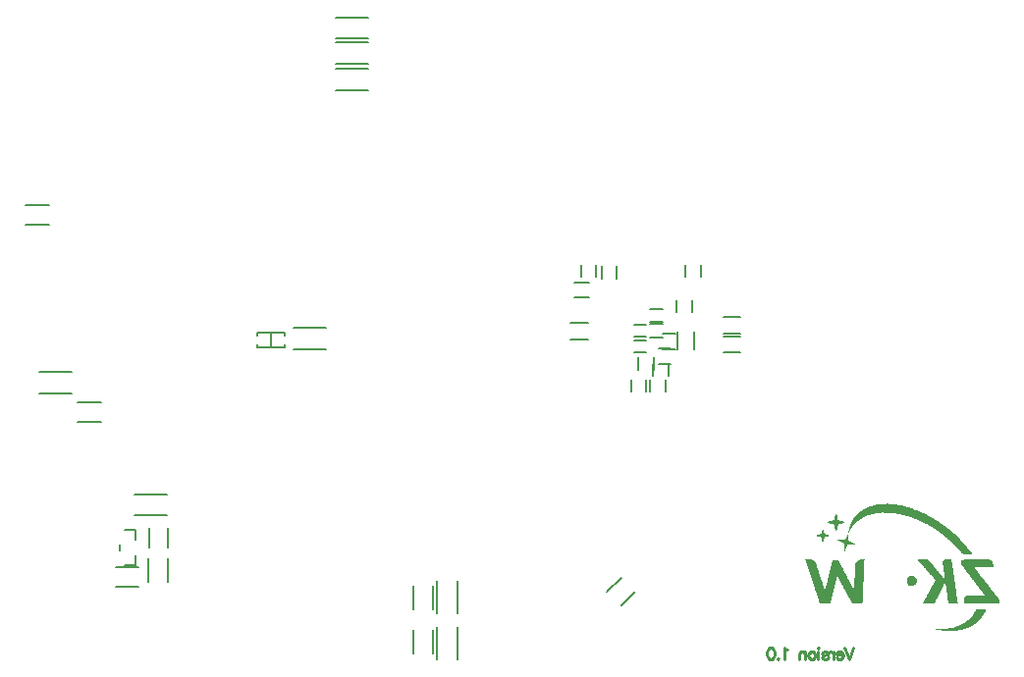
<source format=gbo>
G04*
G04 #@! TF.GenerationSoftware,Altium Limited,Altium Designer,24.0.1 (36)*
G04*
G04 Layer_Color=32896*
%FSLAX44Y44*%
%MOMM*%
G71*
G04*
G04 #@! TF.SameCoordinates,043D453D-7082-4CC0-88CE-E1747F565096*
G04*
G04*
G04 #@! TF.FilePolarity,Positive*
G04*
G01*
G75*
%ADD10C,0.2540*%
%ADD14C,0.2000*%
%ADD15C,0.1500*%
G36*
X848570Y299335D02*
X850423Y299280D01*
X850805Y299117D01*
X851513Y299062D01*
X851813Y298981D01*
X852086Y298926D01*
X852440Y298953D01*
X852604Y298899D01*
X853748Y298845D01*
X853912Y298790D01*
X854675Y298735D01*
X855057Y298572D01*
X855384Y298517D01*
X855547Y298572D01*
X855765Y298517D01*
X855929Y298463D01*
X856638Y298408D01*
X857183Y298354D01*
X857564Y298299D01*
X858055Y298081D01*
X858818Y298027D01*
X859118Y297945D01*
X859718Y297836D01*
X860154Y297781D01*
X860453Y297700D01*
X861162Y297373D01*
X861653Y297264D01*
X861871Y297209D01*
X862116Y297127D01*
X862716Y296909D01*
X862934Y296855D01*
X863615Y296773D01*
X864051Y296664D01*
X864406Y296528D01*
X864678Y296419D01*
X864896Y296364D01*
X865169Y296310D01*
X865850Y296228D01*
X866232Y296119D01*
X866395Y295955D01*
X866586Y295819D01*
X866804Y295764D01*
X867404Y295710D01*
X867758Y295628D01*
X867840Y295546D01*
X868140Y295301D01*
X868412Y295247D01*
X868794Y295192D01*
X869067Y295083D01*
X869448Y294811D01*
X869775Y294756D01*
X870075Y294674D01*
X870429Y294538D01*
X871138Y294211D01*
X871520Y294156D01*
X871956Y294047D01*
X872038Y293966D01*
X872337Y293720D01*
X872828Y293666D01*
X873046Y293611D01*
X873210Y293557D01*
X873318Y293502D01*
X873400Y293420D01*
X873700Y293175D01*
X874354Y293066D01*
X874627Y292957D01*
X874736Y292848D01*
X874927Y292712D01*
X875608Y292466D01*
X876180Y292221D01*
X876535Y292085D01*
X876917Y291976D01*
X877189Y291703D01*
X877625Y291540D01*
X877925Y291458D01*
X878225Y291213D01*
X878416Y291131D01*
X878443Y291104D01*
X878606D01*
X879042Y290995D01*
X879315Y290886D01*
X879397Y290804D01*
X879833Y290531D01*
X880187Y290450D01*
X880514Y290231D01*
X880705Y290095D01*
X881386Y289850D01*
X881496Y289741D01*
X882095Y289414D01*
X882368Y289141D01*
X882640Y288978D01*
X882967Y288923D01*
X883240Y288814D01*
X883512Y288542D01*
X883785Y288433D01*
X884221Y288323D01*
X884303Y288242D01*
X884603Y287996D01*
X884984Y287778D01*
X885093Y287724D01*
X885202Y287615D01*
X885584Y287397D01*
X886020Y287288D01*
X886156Y287151D01*
X886211Y287042D01*
X886402Y286906D01*
X886511Y286852D01*
X886865Y286715D01*
X887165Y286470D01*
X887655Y286197D01*
X887765Y286088D01*
X888364Y285761D01*
X888637Y285489D01*
X888746Y285434D01*
X888828Y285352D01*
X889182Y285271D01*
X889454Y285162D01*
X889563Y285107D01*
X889781Y284889D01*
X890163Y284671D01*
X890490Y284453D01*
X890981Y284180D01*
X891253Y283908D01*
X891853Y283581D01*
X892017Y283417D01*
X892507Y283145D01*
X892616Y283090D01*
X892889Y282818D01*
X893270Y282600D01*
X893597Y282381D01*
X893979Y282164D01*
X894170Y281918D01*
X894224Y281809D01*
X894688Y281509D01*
X894797Y281455D01*
X894824Y281373D01*
X895015Y281237D01*
X895505Y280964D01*
X895614Y280855D01*
X895996Y280637D01*
X896241Y280392D01*
X896296Y280283D01*
X896377Y280201D01*
X896759Y279983D01*
X897086Y279656D01*
X897550Y279410D01*
X898067Y279056D01*
X898176Y279002D01*
X898258Y278920D01*
X898313Y278811D01*
X898449Y278675D01*
X898831Y278402D01*
X898940Y278348D01*
X899158Y278130D01*
X899648Y277857D01*
X899812Y277639D01*
X900303Y277366D01*
X900793Y276876D01*
X901066Y276549D01*
X901447Y276331D01*
X901720Y276058D01*
X902210Y275785D01*
X902401Y275595D01*
X902538Y275404D01*
X902647Y275349D01*
X903028Y274968D01*
X903137Y274913D01*
X903546Y274668D01*
X903600Y274559D01*
X903791Y274368D01*
X903900Y274314D01*
X904091Y274123D01*
X904146Y274014D01*
X904282Y273878D01*
X904391Y273823D01*
X904582Y273632D01*
X904636Y273523D01*
X904718Y273441D01*
X905100Y273169D01*
X905209Y273114D01*
X907008Y271315D01*
X907498Y271043D01*
X907580Y270961D01*
X907635Y270852D01*
X907880Y270607D01*
X907989Y270552D01*
X908125Y270416D01*
X908180Y270307D01*
X908425Y270062D01*
X908534Y270007D01*
X908670Y269871D01*
X908725Y269762D01*
X908915Y269571D01*
X909025Y269517D01*
X909161Y269380D01*
X909215Y269271D01*
X909461Y269026D01*
X909570Y268971D01*
X909651Y268890D01*
X909924Y268399D01*
X911232Y267091D01*
X911450Y266709D01*
X911641Y266518D01*
X911750Y266464D01*
X911941Y266273D01*
X911996Y266164D01*
X912132Y266028D01*
X912241Y265973D01*
X912432Y265782D01*
X912486Y265673D01*
X912677Y265483D01*
X912786Y265428D01*
X912922Y265292D01*
X913140Y264910D01*
X913658Y264392D01*
X913904Y264092D01*
X913958Y263983D01*
X914094Y263847D01*
X914203Y263793D01*
X914449Y263547D01*
X914585Y263356D01*
X914694Y263302D01*
X914939Y263057D01*
X915157Y262675D01*
X915212Y262566D01*
X915430Y262348D01*
X915648Y261966D01*
X915730Y261885D01*
X915839Y261830D01*
X916466Y261203D01*
X916738Y260713D01*
X916820Y260631D01*
X916929Y260576D01*
X917011Y260494D01*
X917065Y260385D01*
X917310Y260140D01*
X917501Y260004D01*
X917774Y259513D01*
X917992Y259295D01*
X918210Y258914D01*
X918592Y258532D01*
X918810Y258151D01*
X919082Y257878D01*
X919355Y257387D01*
X919627Y257115D01*
X919682Y257006D01*
X919900Y256679D01*
X919954Y256570D01*
X920091Y256433D01*
X920227Y256079D01*
X920173Y255915D01*
X919682Y255861D01*
X913495Y255888D01*
X913113Y255834D01*
X912568Y255888D01*
X912186Y255997D01*
X912050Y256133D01*
X911996Y256243D01*
X911750Y256488D01*
X911641Y256542D01*
X911396Y256842D01*
X911341Y256951D01*
X911069Y257333D01*
X911014Y257442D01*
X910878Y257578D01*
X910769Y257633D01*
X910524Y257878D01*
X910469Y257987D01*
X910333Y258123D01*
X910224Y258178D01*
X910088Y258314D01*
X909815Y258805D01*
X909542Y259077D01*
X909324Y259459D01*
X909188Y259595D01*
X909079Y259650D01*
X908834Y259895D01*
X908779Y260004D01*
X908698Y260086D01*
X908588Y260140D01*
X908289Y260440D01*
X908234Y260549D01*
X908152Y260631D01*
X908043Y260685D01*
X907852Y260876D01*
X907635Y261258D01*
X907062Y261830D01*
X906817Y262130D01*
X906762Y262239D01*
X906681Y262266D01*
X905481Y263465D01*
X905372Y263520D01*
X905345Y263602D01*
X902865Y266082D01*
X902756Y266137D01*
X902728Y266218D01*
X901856Y267091D01*
X901338Y267445D01*
X901229Y267500D01*
X900984Y267745D01*
X900929Y267854D01*
X900848Y267936D01*
X900739Y267990D01*
X900439Y268290D01*
X900384Y268399D01*
X900030Y268644D01*
X899921Y268699D01*
X899158Y269462D01*
X898667Y269734D01*
X898476Y269925D01*
X898422Y270034D01*
X898340Y270116D01*
X898231Y270171D01*
X897904Y270498D01*
X897522Y270716D01*
X897141Y271097D01*
X896759Y271315D01*
X896487Y271588D01*
X896105Y271806D01*
X895996Y271861D01*
X895914Y271942D01*
X895860Y272051D01*
X895560Y272351D01*
X895451Y272406D01*
X895069Y272678D01*
X894960Y272733D01*
X894715Y272978D01*
X894660Y273087D01*
X894306Y273332D01*
X894197Y273387D01*
X893979Y273605D01*
X893488Y273878D01*
X893161Y274205D01*
X893052Y274259D01*
X892643Y274504D01*
X892589Y274613D01*
X892453Y274750D01*
X892071Y274968D01*
X891744Y275295D01*
X891253Y275567D01*
X891144Y275622D01*
X891035Y275731D01*
X890545Y276003D01*
X890436Y276058D01*
X890354Y276140D01*
X890299Y276249D01*
X890163Y276331D01*
X889781Y276549D01*
X889672Y276603D01*
X889645Y276685D01*
X889427Y276903D01*
X888909Y277094D01*
X888637Y277366D01*
X888146Y277639D01*
X888037Y277693D01*
X887928Y277802D01*
X887438Y278075D01*
X887328Y278130D01*
X887056Y278402D01*
X886674Y278620D01*
X886347Y278838D01*
X885856Y279111D01*
X885639Y279329D01*
X885257Y279547D01*
X884875Y279656D01*
X884793Y279738D01*
X884739Y279847D01*
X884521Y280065D01*
X884221Y280147D01*
X883949Y280256D01*
X883839Y280310D01*
X883731Y280419D01*
X883240Y280692D01*
X883131Y280746D01*
X883049Y280828D01*
X882995Y280937D01*
X882722Y281101D01*
X882368Y281182D01*
X882095Y281291D01*
X881850Y281537D01*
X881496Y281673D01*
X881277Y281727D01*
X881005Y281836D01*
X880760Y282082D01*
X880433Y282300D01*
X880133Y282381D01*
X879424Y282709D01*
X879206Y282763D01*
X878933Y282872D01*
X878688Y283117D01*
X878416Y283226D01*
X878061Y283308D01*
X877816Y283444D01*
X877761Y283554D01*
X877407Y283744D01*
X877189Y283799D01*
X876917Y283908D01*
X876807Y283962D01*
X876671Y284099D01*
X876317Y284235D01*
X875935Y284289D01*
X875663Y284398D01*
X875335Y284617D01*
X875145Y284753D01*
X874845Y284835D01*
X874463Y284998D01*
X874354Y285107D01*
X874245Y285162D01*
X874164Y285243D01*
X873482Y285489D01*
X873264Y285543D01*
X872801Y285789D01*
X872501Y285870D01*
X872228Y285979D01*
X872119Y286034D01*
X872010Y286143D01*
X871738Y286306D01*
X871356Y286361D01*
X871084Y286470D01*
X870865Y286525D01*
X870293Y286770D01*
X869612Y287015D01*
X869503Y287124D01*
X869394Y287179D01*
X869285Y287288D01*
X868794Y287397D01*
X868576Y287451D01*
X868303Y287560D01*
X867949Y287696D01*
X867676Y287806D01*
X867458Y287860D01*
X867104Y287942D01*
X866832Y288051D01*
X866477Y288187D01*
X866041Y288351D01*
X865387Y288514D01*
X864842Y288732D01*
X864406Y288896D01*
X864188Y288950D01*
X863506Y289032D01*
X863070Y289141D01*
X862689Y289305D01*
X862470Y289359D01*
X862198Y289468D01*
X861653Y289523D01*
X861435Y289577D01*
X861053Y289632D01*
X860699Y289768D01*
X860181Y289959D01*
X860017Y290013D01*
X859363Y290068D01*
X858927Y290177D01*
X858682Y290259D01*
X858246Y290422D01*
X857946Y290504D01*
X857728Y290558D01*
X857183Y290613D01*
X857019Y290667D01*
X856256Y290722D01*
X855874Y290886D01*
X855166Y290940D01*
X855002Y290995D01*
X854294Y291049D01*
X853558Y291131D01*
X853203Y291213D01*
X853040Y291267D01*
X852713Y291213D01*
X852495Y291267D01*
X852195Y291404D01*
X851977Y291458D01*
X851622Y291431D01*
X851241Y291540D01*
X851077Y291594D01*
X846771Y291649D01*
X846607Y291703D01*
X842083Y291758D01*
X841783Y291676D01*
X839520Y291594D01*
X839302Y291540D01*
X839139Y291485D01*
X838321Y291431D01*
X837722Y291158D01*
X836686Y291104D01*
X836032Y290995D01*
X835541Y290777D01*
X834778Y290722D01*
X834478Y290640D01*
X833960Y290558D01*
X833578Y290504D01*
X833197Y290395D01*
X832843Y290259D01*
X832161Y290013D01*
X831725Y289904D01*
X831371Y289768D01*
X830526Y289468D01*
X830090Y289359D01*
X829735Y289223D01*
X829136Y289005D01*
X828509Y288869D01*
X828291Y288650D01*
X827909Y288433D01*
X827582Y288214D01*
X827282Y288024D01*
X826982Y287942D01*
X826710Y287833D01*
X826601Y287724D01*
X826410Y287588D01*
X826137Y287479D01*
X825838Y287397D01*
X825511Y287179D01*
X825320Y287042D01*
X824966Y286906D01*
X824747Y286852D01*
X824366Y286579D01*
X823984Y286361D01*
X823875Y286306D01*
X823603Y286034D01*
X823221Y285816D01*
X822676Y285434D01*
X822567Y285380D01*
X822485Y285298D01*
X822431Y285189D01*
X822185Y284944D01*
X821804Y284726D01*
X821695Y284671D01*
X821477Y284453D01*
X821095Y284235D01*
X821013Y284153D01*
X820959Y284044D01*
X820850Y283935D01*
X820795Y283826D01*
X820659Y283744D01*
X820550Y283690D01*
X820223Y283472D01*
X820032Y283335D01*
X819814Y282954D01*
X819678Y282818D01*
X819405Y282654D01*
X819296Y282600D01*
X819105Y282354D01*
X819051Y282245D01*
X818915Y282109D01*
X818806Y282055D01*
X818642Y281891D01*
X818288Y281373D01*
X818233Y281264D01*
X817906Y281046D01*
X817688Y280664D01*
X817306Y280283D01*
X817170Y280092D01*
X817061Y280037D01*
X816925Y279901D01*
X816652Y279410D01*
X816244Y279002D01*
X816053Y278484D01*
X815780Y278211D01*
X815453Y277612D01*
X815290Y277448D01*
X815017Y276957D01*
X814962Y276848D01*
X814799Y276685D01*
X814581Y276303D01*
X814472Y275867D01*
X814390Y275785D01*
X814172Y275458D01*
X814090Y275104D01*
X813954Y274804D01*
X813681Y274641D01*
X813599Y274668D01*
X813545Y274940D01*
X813491Y275104D01*
X813518Y275458D01*
X813572Y275785D01*
X813654Y276249D01*
X813763Y276685D01*
X813845Y276930D01*
X814063Y277530D01*
X814145Y278266D01*
X814199Y278484D01*
X814335Y278947D01*
X814499Y279383D01*
X814581Y279683D01*
X814744Y280228D01*
X814853Y280501D01*
X814990Y280801D01*
X815044Y281019D01*
X815126Y281318D01*
X815180Y281537D01*
X815235Y281700D01*
X815290Y281918D01*
X815453Y282082D01*
X815508Y282191D01*
X815589Y282272D01*
X815889Y283117D01*
X816107Y283608D01*
X816216Y283881D01*
X816271Y284099D01*
X816461Y284289D01*
X816571Y284344D01*
X816652Y284426D01*
X816816Y284862D01*
X816925Y285134D01*
X817034Y285243D01*
X817306Y285734D01*
X817361Y285843D01*
X817579Y286061D01*
X817743Y286334D01*
X817852Y286715D01*
X818124Y286988D01*
X818533Y287560D01*
X818642Y287615D01*
X818724Y287751D01*
X818942Y288133D01*
X818996Y288242D01*
X819078Y288269D01*
X819187Y288378D01*
X819296Y288433D01*
X819432Y288623D01*
X819487Y288732D01*
X820141Y289386D01*
X820359Y289768D01*
X820604Y290013D01*
X820714Y290068D01*
X820795Y290150D01*
X820850Y290259D01*
X821095Y290504D01*
X821204Y290558D01*
X821340Y290695D01*
X821395Y290804D01*
X821640Y291049D01*
X821749Y291104D01*
X821831Y291185D01*
X821886Y291294D01*
X821994Y291404D01*
X822294Y291649D01*
X822403Y291703D01*
X822976Y292112D01*
X823030Y292221D01*
X823139Y292330D01*
X823194Y292439D01*
X823657Y292684D01*
X823766Y292794D01*
X823875Y292848D01*
X823903Y292930D01*
X824039Y293012D01*
X824420Y293230D01*
X824529Y293284D01*
X824639Y293393D01*
X825238Y293720D01*
X825511Y293993D01*
X825892Y294211D01*
X826219Y294429D01*
X826710Y294701D01*
X826819Y294811D01*
X826928Y294865D01*
X827146Y295083D01*
X827500Y295219D01*
X827855Y295301D01*
X828155Y295601D01*
X828509Y295737D01*
X828945Y295846D01*
X829163Y296064D01*
X829436Y296228D01*
X829654Y296282D01*
X830226Y296528D01*
X831071Y296827D01*
X831289Y296882D01*
X831752Y297018D01*
X832025Y297127D01*
X832706Y297373D01*
X833142Y297482D01*
X833497Y297618D01*
X834097Y297836D01*
X834396Y297918D01*
X834669Y298027D01*
X835160Y297972D01*
X835432Y298081D01*
X835541Y298190D01*
X835732Y298326D01*
X836359Y298408D01*
X836522Y298463D01*
X837176Y298517D01*
X837558Y298572D01*
X837667Y298681D01*
X838376Y298735D01*
X838594Y298790D01*
X838757Y298845D01*
X839302Y298899D01*
X839466Y298953D01*
X839766Y298926D01*
X840120Y298953D01*
X840420Y299035D01*
X840747Y299090D01*
X841537Y299062D01*
X841919Y299226D01*
X843663Y299280D01*
X843827Y299335D01*
X848406Y299389D01*
X848570Y299335D01*
D02*
G37*
G36*
X803160Y290395D02*
X803297Y290259D01*
X803569Y289877D01*
X803624Y289441D01*
X803678Y289059D01*
X803733Y288841D01*
X803869Y288487D01*
X804033Y288051D01*
X804114Y287533D01*
X804169Y287151D01*
X804223Y286988D01*
X804278Y286225D01*
X804332Y286007D01*
X804550Y285516D01*
X804605Y285407D01*
X804823Y285298D01*
X805177Y285216D01*
X805641Y285080D01*
X806240Y284862D01*
X806649Y284780D01*
X807412Y284671D01*
X807767Y284535D01*
X808366Y284317D01*
X809048Y284235D01*
X809538Y284017D01*
X809784Y283717D01*
X809893Y283390D01*
X809784Y283008D01*
X809702Y282927D01*
X809511Y282790D01*
X809211Y282709D01*
X808993Y282654D01*
X808448Y282491D01*
X807903Y282272D01*
X807467Y282218D01*
X807085Y282164D01*
X807031D01*
X806813Y282109D01*
X806431Y282000D01*
X805940Y281782D01*
X805177Y281727D01*
X804796Y281673D01*
X804687Y281564D01*
X804605Y281264D01*
X804550Y281046D01*
X804469Y280746D01*
X804250Y280201D01*
X804196Y279983D01*
X804060Y279029D01*
X803951Y278647D01*
X803787Y278266D01*
X803678Y277993D01*
X803624Y277830D01*
X803651Y277475D01*
X803624Y277066D01*
X803406Y276576D01*
X803106Y276331D01*
X802724Y276276D01*
X802343Y276385D01*
X802179Y276549D01*
X802043Y276903D01*
X801879Y277285D01*
X801934Y277721D01*
X801689Y278293D01*
X801552Y279083D01*
X801498Y279465D01*
X801389Y279847D01*
X801225Y280228D01*
X801116Y280501D01*
X801061Y281046D01*
X801007Y281427D01*
X800925Y281509D01*
X800734Y281646D01*
X800053Y281727D01*
X799671Y281836D01*
X799399Y281945D01*
X799017Y282109D01*
X798581Y282164D01*
X798363Y282218D01*
X797818Y282272D01*
X797327Y282491D01*
X796673Y282545D01*
X796292Y282654D01*
X796019Y282763D01*
X795828Y282954D01*
X795774Y283499D01*
X795828Y283717D01*
X795937Y283990D01*
X796292Y284235D01*
X797218Y284289D01*
X797518Y284371D01*
X797791Y284480D01*
X798390Y284698D01*
X799126Y284780D01*
X799562Y284889D01*
X799917Y285025D01*
X800189Y285134D01*
X800544Y285216D01*
X800925Y285325D01*
X801116Y285680D01*
X801171Y286606D01*
X801416Y287179D01*
X801470Y287397D01*
X801552Y287806D01*
X801661Y288569D01*
X801797Y288923D01*
X801961Y289359D01*
X802043Y289713D01*
X802206Y290259D01*
X802397Y290450D01*
X802779Y290504D01*
X803160Y290395D01*
D02*
G37*
G36*
X813436Y274286D02*
X813681Y273823D01*
X813763Y273523D01*
X813654Y273251D01*
X813599Y272924D01*
X813654Y272760D01*
X813708Y272487D01*
X813654Y272324D01*
X813599Y271888D01*
X813654Y271724D01*
X813708Y271397D01*
X813654Y271234D01*
X813599Y270852D01*
X813654Y270688D01*
X813708Y270361D01*
X813654Y270198D01*
X813599Y269816D01*
X813654Y269653D01*
X813708Y269326D01*
X813654Y269162D01*
X813599Y268780D01*
X813654Y268617D01*
X813708Y268290D01*
X813654Y268126D01*
X813599Y267690D01*
X813736Y267554D01*
X813845Y267500D01*
X814118Y267390D01*
X814254Y267254D01*
X814554Y267009D01*
X814881Y266954D01*
X815153Y266845D01*
X815262Y266791D01*
X815290Y266709D01*
X815426Y266627D01*
X815617Y266491D01*
X815971Y266409D01*
X816244Y266300D01*
X816325Y266218D01*
X816625Y265973D01*
X816952Y265919D01*
X817225Y265810D01*
X817334Y265755D01*
X817497Y265592D01*
X817688Y265455D01*
X817988Y265373D01*
X818206Y265319D01*
X818533Y265101D01*
X818806Y264937D01*
X819133Y264883D01*
X819432Y264747D01*
X819487Y264529D01*
X819323Y264365D01*
X817443Y264392D01*
X817279Y264338D01*
X816789Y264392D01*
X816625Y264447D01*
X816271Y264419D01*
X813518Y264447D01*
X813136Y264392D01*
X812945Y264201D01*
X812891Y264092D01*
X812782Y263983D01*
X812727Y263874D01*
X812618Y263765D01*
X812346Y263002D01*
X812100Y262757D01*
X811964Y262402D01*
X811855Y262021D01*
X811746Y261912D01*
X811692Y261803D01*
X811583Y261694D01*
X811310Y260931D01*
X811146Y260767D01*
X810928Y260385D01*
X810819Y260004D01*
X810574Y259595D01*
X810356Y258995D01*
X810274Y258696D01*
X810192Y258614D01*
X810083Y258559D01*
X809947Y258750D01*
X809893Y259186D01*
X809838Y259350D01*
X809865Y259486D01*
X809920Y264392D01*
X809893Y264638D01*
X809838Y264856D01*
X809484Y265210D01*
X808884Y265537D01*
X808639Y265782D01*
X808285Y265919D01*
X807903Y265973D01*
X807630Y266082D01*
X807303Y266300D01*
X807113Y266437D01*
X806813Y266518D01*
X806431Y266682D01*
X806322Y266791D01*
X806131Y266927D01*
X805777Y267063D01*
X805286Y267281D01*
X804986Y267472D01*
X804687Y267554D01*
X804414Y267663D01*
X804387Y267690D01*
X804223Y267854D01*
X804169Y268072D01*
X804250Y268154D01*
X809484Y268208D01*
X809865Y268154D01*
X810247Y268208D01*
X810519Y268317D01*
X810629Y268372D01*
X810847Y268590D01*
X811037Y269108D01*
X811146Y269380D01*
X811201Y269489D01*
X811392Y269680D01*
X811801Y270852D01*
X811882Y270934D01*
X811991Y271206D01*
X812073Y271506D01*
X812182Y271779D01*
X812482Y272079D01*
X812564Y272378D01*
X812673Y272760D01*
X812755Y272842D01*
X813027Y273278D01*
X813109Y273632D01*
X813164Y274014D01*
X813300Y274314D01*
X813436Y274286D01*
D02*
G37*
G36*
X791849Y276794D02*
X791876Y276767D01*
X792040Y276494D01*
X792121Y276194D01*
X792176Y275976D01*
X792285Y275595D01*
X792421Y275295D01*
X792503Y274995D01*
X792449Y274831D01*
X792476Y274641D01*
X792530Y274314D01*
X792612Y273959D01*
X792803Y273496D01*
X792912Y273441D01*
X792994Y273360D01*
X793266Y273251D01*
X793784Y273169D01*
X794138Y273033D01*
X794575Y272869D01*
X794874Y272787D01*
X795092Y272733D01*
X795638Y272678D01*
X796019Y272624D01*
X796210Y272378D01*
X796264Y271833D01*
X796155Y271452D01*
X796019Y271315D01*
X795638Y271261D01*
X795419Y271206D01*
X794847Y270961D01*
X794575Y270852D01*
X794138Y270743D01*
X793512Y270661D01*
X793130Y270607D01*
X792912Y270552D01*
X792748Y270389D01*
X792694Y270171D01*
X792585Y269298D01*
X792530Y269026D01*
X792476Y268808D01*
X792367Y268535D01*
X792203Y268099D01*
X792121Y267745D01*
X792067Y267527D01*
X791958Y267254D01*
X791712Y267063D01*
X791167Y267009D01*
X790895Y267118D01*
X790786Y267172D01*
X790622Y267445D01*
X790568Y267663D01*
X790513Y267936D01*
X790432Y268235D01*
X790295Y268590D01*
X790132Y269026D01*
X790077Y269953D01*
X789995Y270307D01*
X789805Y270498D01*
X789614Y270579D01*
X789341Y270634D01*
X788660Y270716D01*
X788442Y270770D01*
X788060Y270879D01*
X787352Y271206D01*
X786861Y271261D01*
X786588Y271370D01*
X786507Y271452D01*
X786398Y271888D01*
X786452Y272269D01*
X786507Y272487D01*
X786861Y272678D01*
X787406Y272733D01*
X787788Y272787D01*
X788333Y272951D01*
X788633Y273087D01*
X788851Y273141D01*
X789259Y273223D01*
X789477Y273278D01*
X789750Y273387D01*
X789941Y273632D01*
X790050Y273905D01*
X790104Y274123D01*
X790159Y274504D01*
X790432Y275104D01*
X790404Y275567D01*
X790432Y275758D01*
X790486Y275976D01*
X790649Y276358D01*
X790704Y276467D01*
X791113Y276876D01*
X791549Y276930D01*
X791849Y276794D01*
D02*
G37*
G36*
X902456Y251118D02*
X902510Y250192D01*
X902565Y249974D01*
X902619Y249810D01*
X902674Y248992D01*
X902837Y248611D01*
X902892Y247902D01*
X902946Y247738D01*
X903001Y246975D01*
X903055Y246430D01*
X903110Y246212D01*
X903164Y246049D01*
X903219Y245285D01*
X903382Y244904D01*
X903437Y244195D01*
X903492Y244032D01*
X903546Y243050D01*
X903600Y242669D01*
X903655Y242505D01*
X903709Y241688D01*
X903873Y241306D01*
X903928Y240652D01*
X903982Y240488D01*
X904037Y239562D01*
X904091Y239398D01*
X904146Y238253D01*
X904418Y237654D01*
X904473Y236890D01*
X904555Y236591D01*
X904636Y234764D01*
X904691Y234546D01*
X904936Y233974D01*
X905018Y233674D01*
X904963Y233511D01*
X904991Y233265D01*
X905045Y232993D01*
X905100Y232775D01*
X905181Y230949D01*
X905454Y230349D01*
X905508Y229586D01*
X905563Y229422D01*
X905618Y228659D01*
X905672Y228114D01*
X905727Y227896D01*
X905781Y227732D01*
X905835Y226969D01*
X905999Y226588D01*
X906054Y225879D01*
X906108Y225715D01*
X906163Y224734D01*
X906217Y224352D01*
X906272Y224189D01*
X906326Y223371D01*
X906490Y222990D01*
X906544Y222335D01*
X906599Y222172D01*
X906653Y221245D01*
X906708Y221082D01*
X906762Y219937D01*
X907035Y219337D01*
X907089Y218574D01*
X907171Y218274D01*
X907253Y216448D01*
X907362Y216175D01*
X907417Y215358D01*
X907553Y215058D01*
X907662Y214785D01*
X907744Y214268D01*
X907689Y214049D01*
X907744Y213886D01*
X907798Y213341D01*
X907662Y213204D01*
X900139Y213150D01*
X899866Y213259D01*
X899621Y213613D01*
X899567Y214431D01*
X899512Y214649D01*
X899458Y214813D01*
X899403Y215957D01*
X899349Y216175D01*
X899294Y216339D01*
X899240Y216666D01*
X899294Y216830D01*
X899185Y217266D01*
X899076Y217375D01*
X899022Y217702D01*
X899076Y217865D01*
X899022Y218193D01*
X898967Y218410D01*
X898913Y218574D01*
X898858Y219719D01*
X898803Y219882D01*
X898749Y220482D01*
X898694Y220864D01*
X898585Y220973D01*
X898531Y221681D01*
X898476Y221899D01*
X898422Y222063D01*
X898367Y223208D01*
X898313Y223426D01*
X898258Y223589D01*
X898204Y224352D01*
X898095Y224625D01*
X898013Y224816D01*
X897959Y225579D01*
X897904Y225797D01*
X897849Y226833D01*
X897686Y227487D01*
X897713Y227896D01*
X897604Y228277D01*
X897522Y228359D01*
X897468Y229122D01*
X897386Y229531D01*
X897331Y229749D01*
X897386Y229913D01*
X897331Y230403D01*
X897277Y230621D01*
X897195Y230921D01*
X897223Y231712D01*
X897141Y231793D01*
X897032Y231848D01*
X896814Y231793D01*
X896650Y231630D01*
X896541Y231575D01*
X896459Y231494D01*
X896323Y231303D01*
X896187Y230949D01*
X896078Y230567D01*
X895996Y230485D01*
X895723Y230049D01*
X895642Y229695D01*
X895424Y229368D01*
X895206Y228986D01*
X895097Y228713D01*
X895042Y228495D01*
X894769Y227896D01*
X894497Y227405D01*
X894279Y226915D01*
X894006Y226424D01*
X893734Y225824D01*
X893461Y225334D01*
X893243Y224843D01*
X892916Y224243D01*
X892725Y223780D01*
X892507Y223453D01*
X892316Y222935D01*
X891935Y222335D01*
Y222281D01*
X891880Y222172D01*
X891662Y221681D01*
X891390Y221191D01*
X891117Y220591D01*
X890844Y220100D01*
X890626Y219610D01*
X890299Y219010D01*
X890081Y218519D01*
X889809Y218029D01*
X889536Y217429D01*
X889345Y217129D01*
X889209Y216775D01*
X889073Y216475D01*
X888855Y216148D01*
X888718Y215794D01*
X888419Y215167D01*
X888364Y214949D01*
X888282Y214649D01*
X888201Y214567D01*
X887928Y214240D01*
X887846Y213886D01*
X887683Y213504D01*
X887546Y213368D01*
X887438Y213314D01*
X887328Y213204D01*
X878170Y213150D01*
X877952Y213095D01*
X877571Y213150D01*
X877489Y213232D01*
X877434Y213559D01*
X877625Y213750D01*
X877734Y213804D01*
X877925Y214049D01*
X877979Y214377D01*
X878088Y214649D01*
X878143Y214758D01*
X878307Y214922D01*
X878443Y215112D01*
X878497Y215331D01*
X878579Y215685D01*
X878852Y215957D01*
X879179Y216557D01*
X879288Y216666D01*
X879424Y216857D01*
X879533Y217129D01*
X879615Y217429D01*
X879833Y217756D01*
X880024Y218056D01*
X880106Y218356D01*
X880214Y218629D01*
X880323Y218738D01*
X880651Y219337D01*
X880869Y219555D01*
X881059Y219855D01*
X881141Y220209D01*
X881250Y220482D01*
X881414Y220646D01*
X881632Y221027D01*
X881741Y221463D01*
X881823Y221545D01*
X882068Y221845D01*
X882286Y222226D01*
X882340Y222335D01*
X882449Y222444D01*
X882640Y222744D01*
X882695Y222962D01*
X882777Y223262D01*
X883131Y223725D01*
X883213Y224025D01*
X883322Y224298D01*
X883376Y224407D01*
X883458Y224434D01*
X883540Y224516D01*
X883758Y224897D01*
X883867Y225170D01*
X884112Y225415D01*
X884248Y225770D01*
X884303Y225988D01*
X884412Y226260D01*
X884576Y226424D01*
X884739Y226696D01*
X884848Y227078D01*
X884984Y227214D01*
X885093Y227269D01*
X885202Y227378D01*
X885448Y228059D01*
X885611Y228223D01*
X885666Y228332D01*
X885748Y228414D01*
X885829Y228713D01*
X885993Y229095D01*
X886047Y229204D01*
X886156Y229313D01*
X886429Y229804D01*
X886484Y229913D01*
X886565Y229995D01*
X886674Y230049D01*
X886756Y230185D01*
X886865Y230458D01*
X886974Y230894D01*
X887138Y231057D01*
X887328Y231357D01*
X887410Y231657D01*
X887519Y231930D01*
X887574Y232039D01*
X887792Y232257D01*
X888010Y232638D01*
X888391Y233183D01*
X888446Y233402D01*
X888501Y233565D01*
X888391Y234001D01*
X888310Y234083D01*
X888201Y234137D01*
X888119Y234219D01*
X887846Y234710D01*
X887138Y235418D01*
X886865Y235800D01*
X886811Y235909D01*
X886674Y236045D01*
X886565Y236100D01*
X886375Y236291D01*
X886320Y236400D01*
X886129Y236591D01*
X886020Y236645D01*
X885829Y236836D01*
X885775Y236945D01*
X885475Y237190D01*
X885230Y237490D01*
X885175Y237599D01*
X884902Y237981D01*
X884848Y238090D01*
X884766Y238172D01*
X884657Y238226D01*
X883949Y238935D01*
X883676Y239262D01*
X883567Y239316D01*
X883322Y239562D01*
X883104Y239943D01*
X883049Y240052D01*
X882913Y240188D01*
X882804Y240243D01*
X882722Y240325D01*
X882668Y240434D01*
X882340Y240761D01*
X882041Y241224D01*
X881932Y241279D01*
X881632Y241579D01*
X881496Y241769D01*
X881386Y241824D01*
X881141Y242069D01*
X881005Y242260D01*
X880896Y242314D01*
X880596Y242614D01*
X880542Y242723D01*
X880269Y243105D01*
X880214Y243214D01*
X879915Y243514D01*
X879806Y243568D01*
X879724Y243650D01*
X879669Y243759D01*
X879370Y244059D01*
X879260Y244113D01*
X879179Y244195D01*
X879124Y244304D01*
X878879Y244550D01*
X878688Y244686D01*
X878416Y245176D01*
X877652Y245940D01*
X877434Y246321D01*
X877189Y246567D01*
X877080Y246621D01*
X876998Y246703D01*
X876944Y246812D01*
X876698Y247057D01*
X876589Y247112D01*
X876453Y247248D01*
X876398Y247357D01*
X876153Y247602D01*
X876044Y247657D01*
X875908Y247793D01*
X875853Y247902D01*
X875635Y248229D01*
X875581Y248338D01*
X875472Y248447D01*
X875417Y248556D01*
X875281Y248692D01*
X875172Y248747D01*
X874927Y248992D01*
X874872Y249101D01*
X874790Y249183D01*
X874681Y249238D01*
X874436Y249483D01*
X874381Y249592D01*
X874245Y249728D01*
X874136Y249783D01*
X874000Y249919D01*
X873727Y250410D01*
X873482Y250600D01*
X873373Y250655D01*
X873237Y250791D01*
X873101Y250982D01*
X873128Y251118D01*
X873210Y251200D01*
X881714Y251255D01*
X882095Y251200D01*
X882368Y250928D01*
X882858Y250655D01*
X882995Y250519D01*
X883267Y250028D01*
X883458Y249837D01*
X883567Y249783D01*
X883649Y249701D01*
X883703Y249592D01*
X884030Y249265D01*
X884330Y248801D01*
X884439Y248747D01*
X884576Y248611D01*
X884793Y248229D01*
X884848Y248120D01*
X885066Y247957D01*
X885121Y247847D01*
X885366Y247602D01*
X885557Y247466D01*
X885829Y246975D01*
X886102Y246703D01*
X886320Y246321D01*
X886565Y246076D01*
X886674Y246021D01*
X886756Y245940D01*
X886811Y245830D01*
X887192Y245449D01*
X887410Y245067D01*
X887792Y244686D01*
X887846Y244577D01*
X887928Y244495D01*
X888037Y244440D01*
X888228Y244250D01*
X888446Y243868D01*
X888501Y243759D01*
X888718Y243541D01*
X888936Y243159D01*
X889073Y243023D01*
X889182Y242969D01*
X889291Y242860D01*
X889536Y242560D01*
X889591Y242451D01*
X889863Y242069D01*
X889918Y241960D01*
X890163Y241769D01*
X890272Y241715D01*
X890354Y241579D01*
X890572Y241197D01*
X890626Y241088D01*
X890708Y241006D01*
X890817Y240952D01*
X891117Y240652D01*
X891172Y240543D01*
X891253Y240515D01*
X891499Y240161D01*
X891553Y240052D01*
X891880Y239725D01*
X892098Y239343D01*
X892425Y239016D01*
X892480Y238907D01*
X892725Y238662D01*
X892834Y238608D01*
X892916Y238526D01*
X893189Y238035D01*
X893352Y237872D01*
X893625Y237490D01*
X893679Y237381D01*
X893815Y237245D01*
X893924Y237190D01*
X894115Y236999D01*
X894170Y236890D01*
X894361Y236700D01*
X894470Y236645D01*
X894715Y236182D01*
X895533Y235364D01*
X895805Y234873D01*
X895996Y234683D01*
X896241Y234383D01*
X896296Y234274D01*
X896487Y234137D01*
X896650Y234192D01*
X896732Y234274D01*
X896786Y234873D01*
X896677Y235146D01*
X896623Y235964D01*
X896487Y236264D01*
X896377Y236536D01*
X896323Y236809D01*
X896241Y238526D01*
X896187Y238689D01*
X896132Y239452D01*
X895969Y239834D01*
X895914Y240543D01*
X895860Y240761D01*
X895805Y240924D01*
X895751Y242069D01*
X895696Y242287D01*
X895642Y242451D01*
X895587Y243159D01*
X895424Y243541D01*
X895369Y244304D01*
X895314Y244522D01*
X895260Y244686D01*
X895206Y245830D01*
X895097Y246212D01*
X895042Y246376D01*
X895097Y246757D01*
X894933Y247139D01*
X894878Y247684D01*
X894769Y248338D01*
X894715Y248502D01*
X894769Y249156D01*
X894878Y249537D01*
X895042Y249701D01*
X895314Y250192D01*
X895369Y250301D01*
X895478Y250410D01*
X895778Y250655D01*
X896268Y250928D01*
X896650Y251200D01*
X902319Y251255D01*
X902456Y251118D01*
D02*
G37*
G36*
X868412Y237245D02*
X869176Y237190D01*
X869721Y237136D01*
X870102Y237027D01*
X870320Y236809D01*
X870811Y236536D01*
X871056Y236291D01*
X871111Y236182D01*
X871193Y236100D01*
X871302Y236045D01*
X871492Y235855D01*
X871710Y235473D01*
X871765Y235364D01*
X871847Y235282D01*
X872092Y234982D01*
X872147Y234764D01*
X872310Y234383D01*
X872365Y234056D01*
X872310Y233892D01*
X872365Y233674D01*
X872501Y233374D01*
X872555Y233156D01*
X872528Y232039D01*
X872228Y231466D01*
X872147Y231167D01*
X872038Y230894D01*
X871983Y230785D01*
X871765Y230567D01*
X871492Y230076D01*
X871329Y229913D01*
X871274Y229804D01*
X871193Y229722D01*
X871084Y229667D01*
X870974Y229558D01*
X870593Y229340D01*
X870484Y229286D01*
X870320Y229122D01*
X869939Y228850D01*
X869339Y228795D01*
X868903Y228686D01*
X868412Y228468D01*
X867813Y228414D01*
X867458Y228550D01*
X867022Y228713D01*
X866750Y228768D01*
X866532Y228822D01*
X866259Y228932D01*
X865959Y229013D01*
X865114Y229477D01*
X864842Y229967D01*
X864569Y230240D01*
X864242Y230839D01*
X864133Y230949D01*
X863915Y231330D01*
X863861Y231548D01*
X863806Y232257D01*
X863697Y232529D01*
X863643Y233129D01*
X863752Y233511D01*
X863806Y233674D01*
X863861Y234219D01*
X863915Y234601D01*
X863969Y234819D01*
X864079Y234928D01*
X864406Y235527D01*
X864923Y236045D01*
X864951Y236073D01*
X865442Y236563D01*
X865796Y236700D01*
X865905Y236809D01*
X866014Y236863D01*
X866123Y236972D01*
X866395Y237081D01*
X866777Y237136D01*
X867322Y237190D01*
X867595Y237299D01*
X868140Y237354D01*
X868412Y237245D01*
D02*
G37*
G36*
X935518Y251200D02*
X935900Y251091D01*
X936281Y250928D01*
X936772Y250655D01*
X936963Y250464D01*
X937017Y250355D01*
X937153Y250219D01*
X937262Y250164D01*
X937399Y250028D01*
X937807Y249347D01*
X937944Y248992D01*
X938107Y248611D01*
X938162Y247738D01*
X938216Y247521D01*
X938407Y247057D01*
X938434Y247030D01*
X938543Y246703D01*
X938598Y245721D01*
X938652Y245340D01*
X938707Y245176D01*
X938761Y244795D01*
X938680Y244713D01*
X922380Y244659D01*
X922299Y244577D01*
X922244Y244468D01*
X922299Y244086D01*
X922408Y243977D01*
X922735Y243759D01*
X923007Y243268D01*
X923280Y242996D01*
X923498Y242614D01*
X923580Y242533D01*
X923770Y242396D01*
X924043Y241906D01*
X924179Y241769D01*
X924288Y241715D01*
X924370Y241579D01*
X924588Y241197D01*
X924643Y241088D01*
X924724Y241006D01*
X924833Y240952D01*
X925079Y240543D01*
X925133Y240434D01*
X925215Y240406D01*
X925324Y240298D01*
X925433Y240243D01*
X925569Y240052D01*
X925624Y239943D01*
X925896Y239562D01*
X925951Y239452D01*
X926196Y239207D01*
X926305Y239153D01*
X926387Y239071D01*
X926659Y238580D01*
X926932Y238308D01*
X927150Y237926D01*
X927532Y237381D01*
X927586Y237272D01*
X927723Y237136D01*
X927831Y237081D01*
X928022Y236890D01*
X928241Y236509D01*
X928295Y236400D01*
X928513Y236182D01*
X928813Y235718D01*
X928922Y235664D01*
X929058Y235527D01*
X929113Y235418D01*
X929358Y235010D01*
X929549Y234873D01*
X929603Y234764D01*
X929848Y234519D01*
X930039Y234383D01*
X930312Y233892D01*
X930584Y233620D01*
X930803Y233238D01*
X931130Y232911D01*
X931348Y232529D01*
X931675Y232202D01*
X931893Y231821D01*
X931947Y231712D01*
X932165Y231494D01*
X932383Y231112D01*
X932465Y231030D01*
X932656Y230894D01*
X932929Y230403D01*
X933119Y230213D01*
X933228Y230158D01*
X933310Y230022D01*
X933365Y229913D01*
X933610Y229504D01*
X933719Y229449D01*
X933964Y229204D01*
X934101Y229013D01*
X934210Y228959D01*
X934291Y228822D01*
X934509Y228441D01*
X934782Y228059D01*
X934837Y227950D01*
X935082Y227705D01*
X935191Y227651D01*
X935273Y227569D01*
X935545Y227078D01*
X935818Y226805D01*
X936036Y226424D01*
X936417Y225879D01*
X936472Y225770D01*
X936608Y225634D01*
X936717Y225579D01*
X936908Y225388D01*
X937126Y225007D01*
X937180Y224897D01*
X937399Y224680D01*
X937698Y224216D01*
X937807Y224162D01*
X937944Y224025D01*
X938107Y223753D01*
X938243Y223507D01*
X938353Y223453D01*
X938489Y223317D01*
X938543Y223208D01*
X938734Y223017D01*
X938925Y222881D01*
X939197Y222390D01*
X939470Y222117D01*
X939688Y221736D01*
X940015Y221409D01*
X940233Y221027D01*
X940560Y220700D01*
X940779Y220318D01*
X940833Y220209D01*
X941051Y219991D01*
X941269Y219610D01*
X941405Y219473D01*
X941514Y219419D01*
X941596Y219337D01*
X941814Y218956D01*
X941869Y218847D01*
X942141Y218574D01*
X942359Y218193D01*
X942468Y218083D01*
X942523Y217974D01*
X942605Y217947D01*
X942904Y217647D01*
X942959Y217538D01*
X943041Y217456D01*
X943150Y217402D01*
X943395Y216939D01*
X943777Y216394D01*
X943831Y215903D01*
X943886Y215685D01*
X943831Y214813D01*
X943722Y214377D01*
X943613Y214268D01*
X943395Y213886D01*
X943150Y213641D01*
X943041Y213586D01*
X942714Y213368D01*
X942441Y213204D01*
X942278Y213150D01*
X914694Y213095D01*
X913985Y213041D01*
X913767Y213095D01*
X913576Y213341D01*
X913522Y213940D01*
X913413Y214322D01*
X913277Y214676D01*
X913168Y214949D01*
X913113Y215167D01*
X913031Y215685D01*
X912977Y216066D01*
X912922Y216230D01*
X912868Y217102D01*
X912813Y217320D01*
X912895Y217620D01*
X913086Y218138D01*
X913195Y218410D01*
X914203Y219419D01*
X914694Y219692D01*
X915076Y219801D01*
X915239Y219855D01*
X930748Y219828D01*
X930993Y219855D01*
X931239Y219937D01*
X931293Y220264D01*
X930993Y220509D01*
X930884Y220564D01*
X930639Y220918D01*
X930421Y221300D01*
X930203Y221627D01*
X930148Y221736D01*
X929930Y221954D01*
X929712Y222335D01*
X929631Y222417D01*
X929521Y222472D01*
X929331Y222663D01*
X929058Y223044D01*
X929004Y223153D01*
X928895Y223262D01*
X928840Y223371D01*
X928595Y223617D01*
X928404Y223753D01*
X928131Y224243D01*
X927859Y224516D01*
X927586Y225007D01*
X927314Y225388D01*
X927259Y225497D01*
X927068Y225688D01*
X926959Y225742D01*
X926823Y225879D01*
X926551Y226369D01*
X926278Y226642D01*
X926060Y227024D01*
X925978Y227105D01*
X925869Y227160D01*
X925787Y227242D01*
X925515Y227732D01*
X925188Y228059D01*
X925133Y228168D01*
X924888Y228577D01*
X924779Y228632D01*
X924534Y229041D01*
X924206Y229368D01*
X923988Y229749D01*
X923716Y230022D01*
X923443Y230512D01*
X923171Y230785D01*
X922953Y231167D01*
X922762Y231357D01*
X922653Y231412D01*
X922516Y231603D01*
X922408Y231875D01*
X922080Y232202D01*
X921862Y232584D01*
X921808Y232693D01*
X921590Y232911D01*
X921290Y233374D01*
X921181Y233429D01*
X920936Y233674D01*
X920772Y233947D01*
X920663Y234056D01*
X920336Y234655D01*
X920118Y234873D01*
X919845Y235255D01*
X919791Y235364D01*
X919655Y235500D01*
X919464Y235637D01*
X919191Y236018D01*
X919137Y236127D01*
X919028Y236236D01*
X918701Y236836D01*
X918428Y237108D01*
X918210Y237490D01*
X918074Y237626D01*
X917965Y237681D01*
X917774Y237872D01*
X917719Y237981D01*
X917447Y238362D01*
X917392Y238471D01*
X917283Y238580D01*
X917229Y238689D01*
X917147Y238717D01*
X916983Y238880D01*
X916874Y238935D01*
X916629Y239398D01*
X916520Y239507D01*
X916466Y239616D01*
X916384Y239643D01*
X916193Y239998D01*
X915811Y240379D01*
X915593Y240761D01*
X915321Y241033D01*
X915048Y241524D01*
X914776Y241797D01*
X914558Y242178D01*
X914285Y242396D01*
X914013Y242887D01*
X913685Y243214D01*
X913467Y243596D01*
X913413Y243704D01*
X913195Y243923D01*
X912977Y244304D01*
X912895Y244386D01*
X912786Y244440D01*
X912650Y244577D01*
X912432Y244958D01*
X912377Y245067D01*
X912214Y245176D01*
X911941Y245667D01*
X911668Y245940D01*
X911450Y246321D01*
X911205Y246567D01*
X911096Y246621D01*
X911014Y246757D01*
X910960Y246866D01*
X910905Y247084D01*
X910796Y247357D01*
X910633Y247521D01*
X910497Y247711D01*
X910442Y247929D01*
X910469Y249156D01*
X910578Y249537D01*
X910742Y249701D01*
X911014Y250192D01*
X911069Y250301D01*
X911314Y250546D01*
X911805Y250818D01*
X912241Y250928D01*
X912622Y251091D01*
X912895Y251200D01*
X935136Y251255D01*
X935518Y251200D01*
D02*
G37*
G36*
X781246Y251309D02*
X781791Y251255D01*
X782173Y251200D01*
X782554Y251091D01*
X783018Y250900D01*
X783372Y250764D01*
X783645Y250655D01*
X783726Y250573D01*
X783781Y250464D01*
X783917Y250328D01*
X784026Y250273D01*
X784217Y250083D01*
X784271Y249974D01*
X784462Y249783D01*
X784571Y249728D01*
X784817Y249265D01*
X784953Y249129D01*
X785226Y248801D01*
X785362Y248229D01*
X785471Y247847D01*
X785634Y247684D01*
X785798Y247411D01*
X785852Y246757D01*
X785961Y246321D01*
X786125Y246158D01*
X786261Y245967D01*
X786316Y245749D01*
X786398Y245067D01*
X786561Y244686D01*
X786834Y244304D01*
X786888Y243650D01*
X786943Y243432D01*
X787024Y243187D01*
X787270Y242887D01*
X787352Y242696D01*
X787433Y242015D01*
X787488Y241797D01*
X787624Y241497D01*
X787869Y241197D01*
X787924Y240652D01*
X787978Y240434D01*
X788169Y239807D01*
X788278Y239534D01*
X788469Y239016D01*
X788523Y238853D01*
Y238798D01*
X788551Y238662D01*
X788605Y238444D01*
X788932Y237626D01*
X789014Y237327D01*
X789123Y236945D01*
X789205Y236700D01*
X789314Y236427D01*
X789477Y235991D01*
X789532Y235773D01*
X789614Y235418D01*
X789723Y235146D01*
X789859Y234846D01*
X789941Y234437D01*
X790050Y234001D01*
X790241Y233647D01*
X790377Y233293D01*
X790432Y233129D01*
X790486Y232693D01*
X790786Y232011D01*
X790895Y231739D01*
X791031Y231112D01*
X791086Y230894D01*
X791195Y230621D01*
X791276Y230540D01*
X791385Y230267D01*
X791440Y230049D01*
X791522Y229695D01*
X791576Y229477D01*
X791822Y228904D01*
X791958Y228550D01*
X792012Y228386D01*
X792067Y227950D01*
X792285Y227460D01*
X792367Y227269D01*
X792503Y226915D01*
X792558Y226751D01*
X792612Y225988D01*
X792666Y225770D01*
X793075Y225361D01*
X793348Y225197D01*
X793512Y225252D01*
X793593Y225334D01*
X793539Y225879D01*
X793675Y226178D01*
X793757Y226533D01*
X793702Y226751D01*
X793757Y226969D01*
X793811Y227132D01*
X793866Y227242D01*
X794029Y227405D01*
X794084Y227732D01*
X794029Y227896D01*
X794193Y228223D01*
X794248Y228986D01*
X794357Y229259D01*
X794629Y229640D01*
X794575Y229967D01*
X794738Y230349D01*
X794793Y231112D01*
X794847Y231330D01*
X795065Y231548D01*
X795120Y232257D01*
X795229Y232529D01*
X795283Y233074D01*
X795392Y233456D01*
X795610Y233674D01*
X795665Y234383D01*
X795747Y234683D01*
X795828Y235310D01*
X795937Y235582D01*
X796046Y235691D01*
X796210Y235964D01*
X796155Y236454D01*
X796264Y236727D01*
X796319Y237054D01*
X796428Y237817D01*
X796564Y238172D01*
X796782Y238771D01*
X796919Y239725D01*
X796973Y239943D01*
X797218Y240570D01*
X797327Y241006D01*
X797409Y241688D01*
X797518Y242124D01*
X797654Y242478D01*
X797818Y242914D01*
X797900Y243541D01*
X797954Y243759D01*
X798009Y244141D01*
X798145Y244495D01*
X798336Y245013D01*
X798390Y245176D01*
X798445Y245830D01*
X798554Y246267D01*
X798690Y246621D01*
X798799Y246894D01*
X798854Y247112D01*
X798935Y247521D01*
X799045Y248284D01*
X799317Y248992D01*
X799426Y249265D01*
X799481Y249919D01*
X799535Y250137D01*
X799590Y250519D01*
X799781Y250709D01*
X803269Y250764D01*
X804305Y250818D01*
X804578Y250709D01*
X804687Y250655D01*
X805014Y250328D01*
X805204Y249810D01*
X805586Y249428D01*
X805668Y249238D01*
X805750Y248883D01*
X805968Y248556D01*
X806186Y248175D01*
X806240Y247957D01*
X806349Y247684D01*
X806458Y247575D01*
X806595Y247384D01*
X806785Y246866D01*
X806894Y246594D01*
X807003Y246485D01*
X807140Y246294D01*
X807276Y245940D01*
X807331Y245721D01*
X807712Y245176D01*
X808148Y244359D01*
X808366Y243868D01*
X808421Y243759D01*
X808693Y243486D01*
X808830Y243132D01*
X808911Y242778D01*
X809129Y242560D01*
X809266Y242369D01*
X809348Y242069D01*
X809456Y241688D01*
X809675Y241469D01*
X809811Y241279D01*
X809893Y240924D01*
X810002Y240652D01*
X810056Y240543D01*
X810138Y240515D01*
X810220Y240434D01*
X810547Y239834D01*
X810629Y239752D01*
X810847Y239425D01*
X810928Y239125D01*
X811037Y238853D01*
X811092Y238744D01*
X811283Y238553D01*
X811446Y238117D01*
X811528Y237817D01*
X811637Y237708D01*
X811692Y237599D01*
X811828Y237463D01*
X811964Y237108D01*
X812073Y236727D01*
X812318Y236481D01*
X812509Y235964D01*
X812618Y235691D01*
X812673Y235582D01*
X812836Y235418D01*
X813109Y234928D01*
X813245Y234737D01*
X813354Y234683D01*
X813409Y234574D01*
X813545Y234219D01*
X813654Y233838D01*
X813818Y233674D01*
X814008Y233374D01*
X814090Y233020D01*
X814199Y232747D01*
X814281Y232666D01*
X814526Y232366D01*
X814581Y232148D01*
X814690Y231766D01*
X814826Y231630D01*
X815071Y231330D01*
X815180Y231057D01*
X815235Y230839D01*
X815317Y230594D01*
X815562Y230294D01*
X815780Y229913D01*
X815835Y229804D01*
X815998Y229640D01*
X816271Y228877D01*
X816380Y228768D01*
X816652Y228277D01*
X816707Y228059D01*
X816843Y227759D01*
X817088Y227460D01*
X817306Y226860D01*
X817524Y226533D01*
X817606Y226342D01*
X817743Y225988D01*
X817879Y225851D01*
X817988Y225797D01*
X818206Y225851D01*
X818288Y225988D01*
X818342Y228059D01*
X818397Y228223D01*
X818451Y230458D01*
X818506Y230839D01*
X818615Y230949D01*
X818669Y233238D01*
X818751Y233538D01*
X818806Y233865D01*
X818778Y235800D01*
X818833Y235964D01*
X818887Y237817D01*
X818833Y238199D01*
X818887Y238580D01*
X818942Y238744D01*
X818996Y241088D01*
X818942Y241306D01*
X818996Y241688D01*
X819214Y242178D01*
X819160Y242996D01*
X819214Y243159D01*
X819160Y244141D01*
X819269Y244413D01*
X819323Y245613D01*
X819378Y246321D01*
X819432Y246485D01*
X819487Y247411D01*
X819650Y247793D01*
X819923Y248284D01*
X820196Y248665D01*
X820468Y249156D01*
X821368Y250055D01*
X821831Y250355D01*
X821886Y250464D01*
X822076Y250655D01*
X822512Y250818D01*
X823112Y251091D01*
X823494Y251200D01*
X823657Y251255D01*
X826928Y251309D01*
X827201Y251200D01*
X827282Y251118D01*
X827337Y250955D01*
X827228Y250682D01*
X827173Y249537D01*
X827228Y249156D01*
X827173Y248992D01*
X827119Y246212D01*
X827064Y246049D01*
X827010Y243214D01*
X826846Y242832D01*
X826792Y241033D01*
X826846Y240870D01*
X826792Y240488D01*
X826683Y240216D01*
X826628Y234873D01*
X826574Y234655D01*
X826519Y234492D01*
X826465Y233947D01*
X826519Y233783D01*
X826492Y233102D01*
X826519Y232257D01*
X826383Y231902D01*
X826274Y231630D01*
X826301Y229150D01*
X826219Y228850D01*
X826165Y228632D01*
X826083Y223753D01*
X826029Y223589D01*
X825974Y221245D01*
X825810Y220864D01*
X825756Y218083D01*
X825674Y217784D01*
X825620Y217511D01*
X825647Y215576D01*
X825592Y215412D01*
X825538Y214377D01*
X825592Y213504D01*
X825511Y213204D01*
X825320Y213068D01*
X817879Y213095D01*
X817170Y213041D01*
X816952Y213095D01*
X816843Y213204D01*
X816707Y213559D01*
X816598Y213831D01*
X816543Y213940D01*
X816434Y213995D01*
X816107Y214595D01*
X815998Y214704D01*
X815726Y215194D01*
X815671Y215412D01*
X815562Y215685D01*
X815453Y215794D01*
X815317Y215985D01*
X815208Y216257D01*
X815126Y216557D01*
X814908Y216884D01*
X814717Y217184D01*
X814635Y217484D01*
X814526Y217756D01*
X814363Y217920D01*
X814090Y218410D01*
X814036Y218519D01*
X813954Y218601D01*
X813681Y218928D01*
X813599Y219283D01*
X813491Y219555D01*
X813436Y219664D01*
X813354Y219692D01*
X813136Y220019D01*
X813082Y220291D01*
X813000Y220591D01*
X812864Y220727D01*
X812618Y221027D01*
X812564Y221354D01*
X812455Y221627D01*
X812400Y221736D01*
X812182Y221954D01*
X812073Y222226D01*
X811937Y222526D01*
X811746Y222663D01*
X811528Y223044D01*
X811419Y223480D01*
X811174Y223725D01*
X810983Y224243D01*
X810874Y224516D01*
X810819Y224625D01*
X810629Y224816D01*
X810438Y225334D01*
X810329Y225606D01*
X810220Y225715D01*
X809893Y226315D01*
X809675Y226533D01*
X809484Y226833D01*
X809402Y227187D01*
X809293Y227460D01*
X809211Y227542D01*
X808966Y227841D01*
X808911Y228059D01*
X808802Y228441D01*
X808530Y228713D01*
X808475Y228822D01*
X808366Y228932D01*
X808203Y229586D01*
X807985Y229804D01*
X807712Y230294D01*
X807658Y230403D01*
X807494Y230567D01*
X807331Y231003D01*
X807194Y231357D01*
X806949Y231657D01*
X806785Y232093D01*
X806676Y232366D01*
X806622Y232475D01*
X806513Y232584D01*
X806295Y232965D01*
X806077Y233293D01*
X806022Y233402D01*
X805913Y233674D01*
X805750Y234056D01*
X805695Y234165D01*
X805477Y234383D01*
X805286Y234683D01*
X805232Y234901D01*
X805150Y235255D01*
X804850Y235555D01*
X804714Y235909D01*
X804605Y236291D01*
X804496Y236400D01*
X804169Y236999D01*
X804033Y237136D01*
X803733Y237108D01*
X803596Y236918D01*
X803542Y236154D01*
X803487Y235936D01*
X803406Y235582D01*
X803133Y235146D01*
X803079Y234437D01*
X803024Y234056D01*
X802970Y233838D01*
X802833Y233483D01*
X802670Y233047D01*
X802615Y232829D01*
X802533Y232148D01*
X802424Y231712D01*
X802261Y231330D01*
X802206Y231112D01*
X802097Y230839D01*
X802043Y230294D01*
X801988Y230076D01*
X801934Y229695D01*
X801797Y229340D01*
X801607Y228822D01*
X801552Y228659D01*
X801498Y228005D01*
X801389Y227569D01*
X801307Y227323D01*
X801089Y226724D01*
X801034Y226506D01*
X800953Y225824D01*
X800844Y225388D01*
X800707Y225034D01*
X800598Y224761D01*
X800544Y224543D01*
X800462Y224025D01*
X800353Y223371D01*
X800217Y223017D01*
X800053Y222581D01*
X799999Y222363D01*
X799917Y221681D01*
X799808Y221245D01*
X799644Y220864D01*
X799590Y220646D01*
X799481Y220373D01*
X799426Y219828D01*
X799372Y219610D01*
X799317Y219228D01*
X799181Y218874D01*
X798990Y218356D01*
X798935Y218193D01*
X798881Y217538D01*
X798772Y217102D01*
X798690Y216857D01*
X798472Y216257D01*
X798418Y216039D01*
X798336Y215358D01*
X798227Y214922D01*
X798091Y214567D01*
X797982Y214295D01*
X797927Y214077D01*
X797845Y213450D01*
X797764Y213204D01*
X797573Y213068D01*
X789859Y213095D01*
X789477Y213041D01*
X789041Y213150D01*
X788905Y213286D01*
X788769Y213477D01*
X788660Y213750D01*
X788605Y213968D01*
X788523Y214322D01*
X788469Y214540D01*
X788224Y215112D01*
X788115Y215385D01*
X787978Y216012D01*
X787924Y216230D01*
X787733Y216584D01*
X787624Y216857D01*
X787570Y217075D01*
X787488Y217429D01*
X787433Y217647D01*
X787188Y218220D01*
X787052Y218574D01*
X786997Y218738D01*
X786943Y219174D01*
X786643Y219855D01*
X786534Y220128D01*
X786398Y220755D01*
X786152Y221327D01*
X786016Y221681D01*
X785934Y221981D01*
X785852Y222663D01*
X785689Y223044D01*
X785416Y223426D01*
X785362Y224080D01*
X785307Y224298D01*
X785226Y224543D01*
X784980Y224843D01*
X784898Y225034D01*
X784817Y225770D01*
X784762Y225988D01*
X784381Y226533D01*
X784326Y226915D01*
X784271Y227460D01*
X784163Y227732D01*
X783944Y227950D01*
X783863Y228141D01*
X783808Y228414D01*
X783726Y229259D01*
X783563Y229640D01*
X783290Y230022D01*
X783236Y230458D01*
X783181Y230839D01*
X783127Y231057D01*
X782745Y231603D01*
X782691Y232366D01*
X782527Y232747D01*
X782473Y232856D01*
X782336Y232993D01*
X782227Y233265D01*
X782145Y233947D01*
X782091Y234165D01*
X781955Y234410D01*
X781710Y234710D01*
X781655Y235310D01*
X781600Y235527D01*
X781491Y235909D01*
X781164Y236727D01*
X781055Y237163D01*
X780946Y237544D01*
X780783Y237926D01*
X780646Y238281D01*
X780592Y238498D01*
X780510Y238853D01*
X780374Y239207D01*
X780074Y240052D01*
X779965Y240488D01*
X779692Y241197D01*
X779583Y241469D01*
X779474Y241906D01*
X779365Y242287D01*
X779229Y242587D01*
X779093Y243159D01*
X778984Y243541D01*
X778848Y243786D01*
X778684Y244222D01*
X778548Y244849D01*
X778302Y245422D01*
X778112Y245940D01*
X778057Y246158D01*
X778003Y246539D01*
X777894Y246812D01*
X777812Y246894D01*
X777648Y247330D01*
X777594Y247548D01*
X777512Y247957D01*
X777267Y248529D01*
X777076Y249047D01*
X777021Y249210D01*
X776967Y249865D01*
X776803Y250246D01*
X776749Y250355D01*
X776531Y250573D01*
X776476Y251118D01*
X776749Y251336D01*
X781246Y251309D01*
D02*
G37*
G36*
X932029Y208516D02*
X932056Y208271D01*
X931920Y207971D01*
X931811Y207699D01*
X931757Y207372D01*
X931675Y207017D01*
X931430Y206772D01*
X931184Y206091D01*
X930966Y205763D01*
X930830Y205573D01*
X930748Y205273D01*
X930612Y204918D01*
X930366Y204619D01*
X930148Y204019D01*
X929821Y203528D01*
X929767Y203419D01*
X929576Y203065D01*
X929467Y203011D01*
X929440Y202929D01*
X929304Y202792D01*
X929222Y202493D01*
X929113Y202220D01*
X929031Y202138D01*
X928922Y202084D01*
X928840Y202002D01*
X928622Y201621D01*
X928350Y201348D01*
X928077Y200857D01*
X927886Y200667D01*
X927777Y200612D01*
X927641Y200476D01*
X927586Y200367D01*
X927341Y200121D01*
X927232Y200067D01*
X927096Y199931D01*
X926932Y199658D01*
X926387Y199113D01*
X926114Y198731D01*
X926060Y198622D01*
X925978Y198540D01*
X925869Y198486D01*
X925624Y198241D01*
X925569Y198132D01*
X925269Y197886D01*
X925160Y197832D01*
X924779Y197559D01*
X924670Y197505D01*
X924479Y197314D01*
X924425Y197205D01*
X924234Y197014D01*
X924125Y196960D01*
X923988Y196823D01*
X923934Y196714D01*
X923743Y196523D01*
X923362Y196306D01*
X923252Y196251D01*
X923034Y196033D01*
X922653Y195815D01*
X922326Y195597D01*
X922053Y195433D01*
X921726Y195215D01*
X921617Y195161D01*
X921590Y195079D01*
X921508Y194997D01*
X920908Y194670D01*
X920799Y194561D01*
X920200Y194234D01*
X919982Y194016D01*
X919682Y193825D01*
X919327Y193743D01*
X919055Y193634D01*
X918973Y193552D01*
X918673Y193307D01*
X918455Y193253D01*
X918074Y193144D01*
X917910Y192980D01*
X917610Y192789D01*
X917310Y192708D01*
X916602Y192381D01*
X916302Y192299D01*
X916030Y192190D01*
X915621Y192108D01*
X915348Y191999D01*
X915239Y191944D01*
X915130Y191835D01*
X914857Y191672D01*
X914094Y191617D01*
X913822Y191508D01*
X913713Y191454D01*
X913495Y191236D01*
X913277Y191181D01*
X913222D01*
X912950Y191127D01*
X912568Y191072D01*
X912350Y191018D01*
X911996Y190881D01*
X911559Y190718D01*
X911205Y190636D01*
X910660Y190582D01*
X910360Y190500D01*
X910088Y190445D01*
X909733Y190473D01*
X909515Y190418D01*
X909215Y190282D01*
X908507Y190227D01*
X908152Y190145D01*
X907989Y190091D01*
X906898Y190036D01*
X906599Y189955D01*
X906272Y189900D01*
X905481Y189927D01*
X905100Y189764D01*
X903355Y189709D01*
X903192Y189655D01*
X899103Y189600D01*
X898940Y189655D01*
X897086Y189709D01*
X896705Y189873D01*
X895505Y189927D01*
X895124Y190036D01*
X894960Y190091D01*
X894497Y190064D01*
X894361Y190091D01*
X893815Y190145D01*
X893652Y190200D01*
X892289Y190254D01*
X892044Y190336D01*
X891526Y190527D01*
X891362Y190582D01*
X890163Y190636D01*
X889945Y190691D01*
X889373Y190936D01*
X888391Y190990D01*
X888173Y191045D01*
X887655Y191127D01*
X887274Y191181D01*
X886919Y191318D01*
X886865Y191481D01*
X886947Y191563D01*
X888528Y191617D01*
X888909Y191563D01*
X889073Y191508D01*
X891362Y191454D01*
X891662Y191318D01*
X891880Y191263D01*
X893488Y191290D01*
X893652Y191236D01*
X894769Y191263D01*
X895342Y191236D01*
X895560Y191290D01*
X895860Y191427D01*
X896078Y191481D01*
X896977Y191454D01*
X897141Y191508D01*
X898067Y191563D01*
X898231Y191617D01*
X899321Y191672D01*
X899539Y191726D01*
X899812Y191835D01*
X899921Y191944D01*
X900875Y192026D01*
X901093Y192081D01*
X901774Y192162D01*
X902047Y192271D01*
X902919Y192326D01*
X903219Y192462D01*
X903492Y192571D01*
X903819Y192626D01*
X904500Y192708D01*
X904718Y192762D01*
X904991Y192871D01*
X905018Y192953D01*
X905290Y193116D01*
X905699Y193198D01*
X906244Y193253D01*
X906517Y193362D01*
X906681Y193525D01*
X906953Y193689D01*
X907607Y193743D01*
X908043Y193852D01*
X908289Y194098D01*
X908643Y194234D01*
X908861Y194289D01*
X909324Y194534D01*
X909679Y194615D01*
X910006Y194834D01*
X910115Y194888D01*
X910197Y194970D01*
X910714Y195161D01*
X910987Y195270D01*
X911260Y195542D01*
X911559Y195733D01*
X911914Y195815D01*
X912186Y195924D01*
X912432Y196169D01*
X912950Y196360D01*
X913140Y196551D01*
X913195Y196660D01*
X913277Y196687D01*
X913358Y196769D01*
X913713Y196851D01*
X913985Y196960D01*
X914094Y197069D01*
X914367Y197232D01*
X914667Y197532D01*
X914721Y197641D01*
X914803Y197723D01*
X915185Y197941D01*
X915294Y197995D01*
X915512Y198213D01*
X915893Y198431D01*
X916030Y198568D01*
X916166Y198759D01*
X916547Y198977D01*
X916656Y199031D01*
X917529Y199903D01*
X917638Y199958D01*
X917665Y200040D01*
X918074Y200448D01*
X918183Y200503D01*
X918210Y200585D01*
X918619Y200994D01*
X918728Y201048D01*
X918755Y201130D01*
X919682Y202057D01*
X919845Y202329D01*
X919982Y202574D01*
X920091Y202629D01*
X920227Y202765D01*
X920445Y203147D01*
X920718Y203419D01*
X920990Y203910D01*
X921263Y204182D01*
X921481Y204564D01*
X921672Y204755D01*
X921781Y204809D01*
X921890Y204973D01*
X921971Y205273D01*
X922080Y205545D01*
X922162Y205573D01*
X922380Y205791D01*
X922571Y206309D01*
X922789Y206527D01*
X922953Y206799D01*
X923007Y207126D01*
X923116Y207399D01*
X923362Y207644D01*
X923471Y207917D01*
X923552Y208217D01*
X923852Y208462D01*
X931593Y208516D01*
X931811Y208571D01*
X932029Y208516D01*
D02*
G37*
D10*
X817880Y175258D02*
X814010Y165100D01*
X810141Y175258D02*
X814010Y165100D01*
X808835Y168970D02*
X803030D01*
Y169937D01*
X803514Y170905D01*
X803998Y171388D01*
X804965Y171872D01*
X806416D01*
X807384Y171388D01*
X808351Y170421D01*
X808835Y168970D01*
Y168002D01*
X808351Y166551D01*
X807384Y165584D01*
X806416Y165100D01*
X804965D01*
X803998Y165584D01*
X803030Y166551D01*
X800854Y171872D02*
Y165100D01*
Y168970D02*
X800370Y170421D01*
X799402Y171388D01*
X798435Y171872D01*
X796984D01*
X790744Y170421D02*
X791228Y171388D01*
X792679Y171872D01*
X794130D01*
X795581Y171388D01*
X796065Y170421D01*
X795581Y169453D01*
X794614Y168970D01*
X792195Y168486D01*
X791228Y168002D01*
X790744Y167035D01*
Y166551D01*
X791228Y165584D01*
X792679Y165100D01*
X794130D01*
X795581Y165584D01*
X796065Y166551D01*
X787648Y175258D02*
X787165Y174774D01*
X786681Y175258D01*
X787165Y175742D01*
X787648Y175258D01*
X787165Y171872D02*
Y165100D01*
X782473Y171872D02*
X783440Y171388D01*
X784408Y170421D01*
X784891Y168970D01*
Y168002D01*
X784408Y166551D01*
X783440Y165584D01*
X782473Y165100D01*
X781022D01*
X780054Y165584D01*
X779087Y166551D01*
X778603Y168002D01*
Y168970D01*
X779087Y170421D01*
X780054Y171388D01*
X781022Y171872D01*
X782473D01*
X776378D02*
Y165100D01*
Y169937D02*
X774927Y171388D01*
X773960Y171872D01*
X772508D01*
X771541Y171388D01*
X771057Y169937D01*
Y165100D01*
X760416Y173323D02*
X759448Y173807D01*
X757997Y175258D01*
Y165100D01*
X752483Y166067D02*
X752967Y165584D01*
X752483Y165100D01*
X751999Y165584D01*
X752483Y166067D01*
X746872Y175258D02*
X748323Y174774D01*
X749290Y173323D01*
X749774Y170905D01*
Y169453D01*
X749290Y167035D01*
X748323Y165584D01*
X746872Y165100D01*
X745905D01*
X744454Y165584D01*
X743486Y167035D01*
X743002Y169453D01*
Y170905D01*
X743486Y173323D01*
X744454Y174774D01*
X745905Y175258D01*
X746872D01*
D14*
X210440Y262010D02*
Y279010D01*
X226513Y261957D02*
Y278957D01*
X181292Y244720D02*
X201414D01*
X181292Y227720D02*
X201414D01*
X226940Y232092D02*
Y252214D01*
X209940Y232092D02*
Y252214D01*
X705583Y443742D02*
X720308D01*
X705583Y430018D02*
X720308D01*
X438540Y170279D02*
Y190401D01*
X455540Y170279D02*
Y190401D01*
X458299Y165009D02*
Y193131D01*
X476421Y165009D02*
Y193131D01*
X438540Y208379D02*
Y228501D01*
X455540Y208379D02*
Y228501D01*
X458299Y205029D02*
Y233151D01*
X476421Y205029D02*
Y233151D01*
X617443Y211723D02*
X629464Y223743D01*
X605423D02*
X617443Y235764D01*
X115479Y412921D02*
X143601D01*
X115479Y394799D02*
X143601D01*
X645010Y409850D02*
Y420350D01*
X658010Y409850D02*
Y420350D01*
X642470Y396070D02*
Y406570D01*
X655470Y396070D02*
Y406570D01*
X595780Y495130D02*
Y505630D01*
X582780Y495130D02*
Y505630D01*
X625960Y395880D02*
Y406380D01*
X638960Y395880D02*
Y406380D01*
X613560Y494050D02*
Y504550D01*
X600560Y494050D02*
Y504550D01*
X642640Y467510D02*
X653140D01*
X642640Y454510D02*
X653140D01*
X678330Y464650D02*
Y475150D01*
X665330Y464650D02*
Y475150D01*
X642640Y456080D02*
X653140D01*
X642640Y443080D02*
X653140D01*
X628480Y443380D02*
X638980D01*
X628480Y430380D02*
X638980D01*
X649880Y420220D02*
X660380D01*
X649880Y433220D02*
X660380D01*
X628670Y453540D02*
X639170D01*
X628670Y440540D02*
X639170D01*
X653690Y432920D02*
X664190D01*
X653690Y445920D02*
X664190D01*
X672950Y495320D02*
Y505820D01*
X685950Y495320D02*
Y505820D01*
X632310Y415120D02*
Y425620D01*
X645310Y415120D02*
Y425620D01*
X577385Y477620D02*
X589385D01*
X577385Y490120D02*
X589385D01*
X371369Y679279D02*
X399491D01*
X371369Y697401D02*
X399491D01*
X371399Y656419D02*
X399521D01*
X371399Y674541D02*
X399521D01*
X371369Y700869D02*
X399491D01*
X371369Y718991D02*
X399491D01*
X197379Y289389D02*
X225501D01*
X197379Y307511D02*
X225501D01*
X334539Y432899D02*
X362661D01*
X334539Y451021D02*
X362661D01*
X189420Y246620D02*
X198770D01*
Y268370D02*
Y276620D01*
Y246620D02*
Y254870D01*
X189420Y276620D02*
X198770D01*
X184770Y258870D02*
Y264370D01*
X705583Y460252D02*
X720308D01*
X705583Y446528D02*
X720308D01*
X574099Y455389D02*
X589221D01*
X574099Y441231D02*
X589221D01*
X680179Y433129D02*
Y448251D01*
X666021Y433129D02*
Y448251D01*
X103822Y557140D02*
X123944D01*
X103822Y540140D02*
X123944D01*
X148689Y369960D02*
X168811D01*
X148689Y386960D02*
X168811D01*
D15*
X315310Y434690D02*
Y446690D01*
X327310Y434690D02*
Y436690D01*
X303310Y434690D02*
X327310D01*
X303310D02*
Y436690D01*
Y444690D02*
Y446690D01*
X327310D01*
Y444690D02*
Y446690D01*
M02*

</source>
